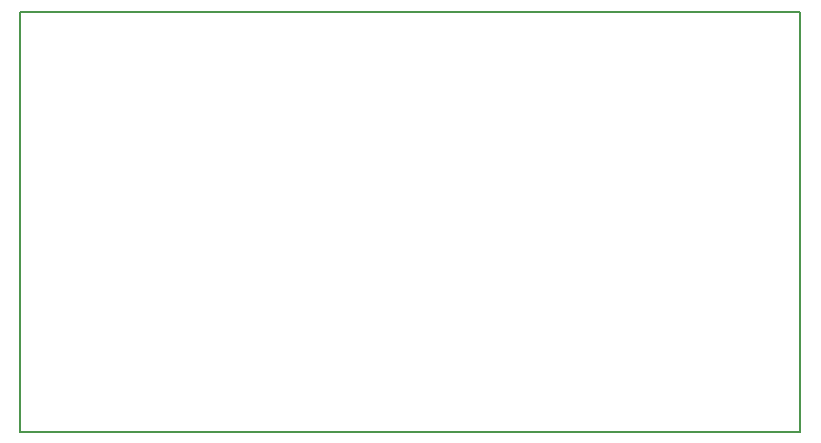
<source format=gbr>
G04 #@! TF.FileFunction,Profile,NP*
%FSLAX46Y46*%
G04 Gerber Fmt 4.6, Leading zero omitted, Abs format (unit mm)*
G04 Created by KiCad (PCBNEW 4.0.5+dfsg1-4) date Thu Feb 15 14:09:15 2018*
%MOMM*%
%LPD*%
G01*
G04 APERTURE LIST*
%ADD10C,0.100000*%
%ADD11C,0.150000*%
G04 APERTURE END LIST*
D10*
D11*
X193040000Y-83820000D02*
X127000000Y-83820000D01*
X193040000Y-119380000D02*
X193040000Y-83820000D01*
X127000000Y-119380000D02*
X193040000Y-119380000D01*
X127000000Y-83820000D02*
X127000000Y-119380000D01*
M02*

</source>
